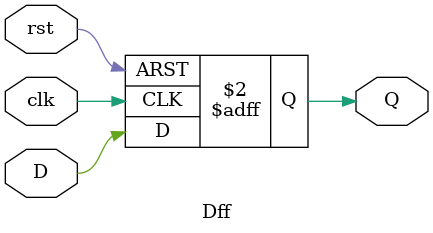
<source format=v>
module Dff (
    input clk,rst,D,
    output reg Q
);

always @(posedge clk or posedge rst) begin
    if(rst) begin
        Q<=0;
    end
    else Q<=D;
end
    
endmodule
</source>
